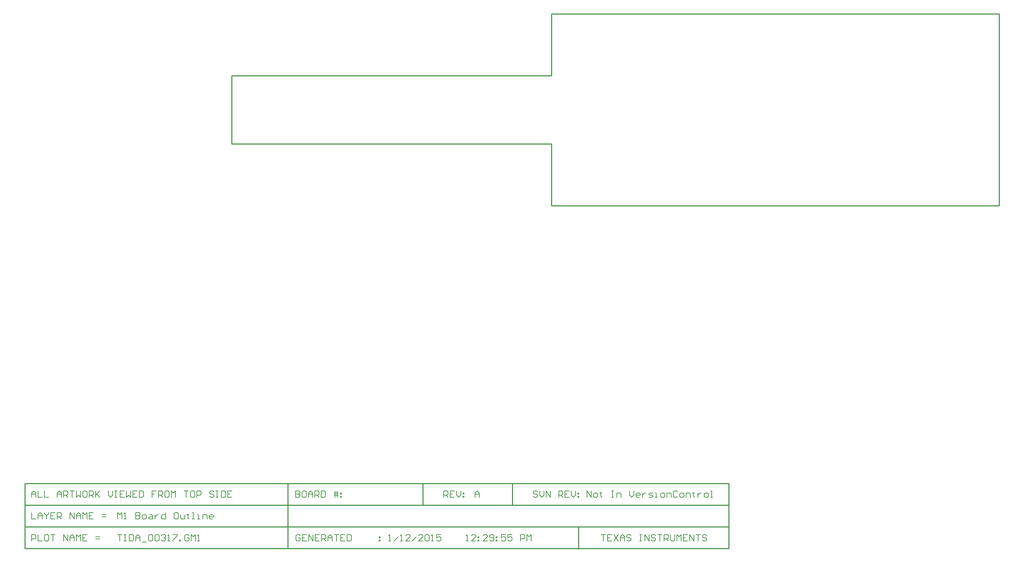
<source format=gm1>
%FSAX25Y25*%
%MOIN*%
G70*
G01*
G75*
G04 Layer_Color=11296232*
%ADD10C,0.00800*%
%ADD11C,0.01000*%
%ADD12R,0.05500X0.03800*%
%ADD13O,0.05500X0.03800*%
%ADD14C,0.02000*%
%ADD15C,0.01200*%
%ADD16R,0.39370X0.23622*%
%ADD17R,3.14961X0.23622*%
%ADD18C,0.02000*%
%ADD19R,4.01575X0.31496*%
%ADD20R,4.01575X0.31496*%
%ADD21C,0.00701*%
%ADD22C,0.00700*%
%ADD23R,0.06100X0.04400*%
%ADD24O,0.06100X0.04400*%
%ADD25C,0.00709*%
G54D10*
X0126900Y0067551D02*
Y0073549D01*
X0128899Y0071549D01*
X0130899Y0073549D01*
Y0067551D01*
X0132898D02*
X0134897D01*
X0133898D01*
Y0073549D01*
X0132898Y0072549D01*
X0143895Y0073549D02*
Y0067551D01*
X0146894D01*
X0147893Y0068550D01*
Y0069550D01*
X0146894Y0070550D01*
X0143895D01*
X0146894D01*
X0147893Y0071549D01*
Y0072549D01*
X0146894Y0073549D01*
X0143895D01*
X0150892Y0067551D02*
X0152892D01*
X0153891Y0068550D01*
Y0070550D01*
X0152892Y0071549D01*
X0150892D01*
X0149893Y0070550D01*
Y0068550D01*
X0150892Y0067551D01*
X0156890Y0071549D02*
X0158890D01*
X0159889Y0070550D01*
Y0067551D01*
X0156890D01*
X0155891Y0068550D01*
X0156890Y0069550D01*
X0159889D01*
X0161889Y0071549D02*
Y0067551D01*
Y0069550D01*
X0162888Y0070550D01*
X0163888Y0071549D01*
X0164888D01*
X0171885Y0073549D02*
Y0067551D01*
X0168886D01*
X0167887Y0068550D01*
Y0070550D01*
X0168886Y0071549D01*
X0171885D01*
X0182882Y0073549D02*
X0180883D01*
X0179883Y0072549D01*
Y0068550D01*
X0180883Y0067551D01*
X0182882D01*
X0183882Y0068550D01*
Y0072549D01*
X0182882Y0073549D01*
X0185881Y0071549D02*
Y0068550D01*
X0186881Y0067551D01*
X0189880D01*
Y0071549D01*
X0192879Y0072549D02*
Y0071549D01*
X0191879D01*
X0193878D01*
X0192879D01*
Y0068550D01*
X0193878Y0067551D01*
X0196877D02*
X0198877D01*
X0197877D01*
Y0073549D01*
X0196877D01*
X0201876Y0067551D02*
X0203875D01*
X0202875D01*
Y0071549D01*
X0201876D01*
X0206874Y0067551D02*
Y0071549D01*
X0209873D01*
X0210873Y0070550D01*
Y0067551D01*
X0215871D02*
X0213872D01*
X0212872Y0068550D01*
Y0070550D01*
X0213872Y0071549D01*
X0215871D01*
X0216871Y0070550D01*
Y0069550D01*
X0212872D01*
X0567400Y0087833D02*
Y0093831D01*
X0571399Y0087833D01*
Y0093831D01*
X0574398Y0087833D02*
X0576397D01*
X0577397Y0088833D01*
Y0090832D01*
X0576397Y0091832D01*
X0574398D01*
X0573398Y0090832D01*
Y0088833D01*
X0574398Y0087833D01*
X0580396Y0092832D02*
Y0091832D01*
X0579396D01*
X0581395D01*
X0580396D01*
Y0088833D01*
X0581395Y0087833D01*
X0590393Y0093831D02*
X0592392D01*
X0591392D01*
Y0087833D01*
X0590393D01*
X0592392D01*
X0595391D02*
Y0091832D01*
X0598390D01*
X0599390Y0090832D01*
Y0087833D01*
X0607387Y0093831D02*
Y0089833D01*
X0609386Y0087833D01*
X0611386Y0089833D01*
Y0093831D01*
X0616384Y0087833D02*
X0614385D01*
X0613385Y0088833D01*
Y0090832D01*
X0614385Y0091832D01*
X0616384D01*
X0617384Y0090832D01*
Y0089833D01*
X0613385D01*
X0619383Y0091832D02*
Y0087833D01*
Y0089833D01*
X0620383Y0090832D01*
X0621383Y0091832D01*
X0622382D01*
X0625381Y0087833D02*
X0628380D01*
X0629380Y0088833D01*
X0628380Y0089833D01*
X0626381D01*
X0625381Y0090832D01*
X0626381Y0091832D01*
X0629380D01*
X0631379Y0087833D02*
X0633379D01*
X0632379D01*
Y0091832D01*
X0631379D01*
X0637377Y0087833D02*
X0639377D01*
X0640376Y0088833D01*
Y0090832D01*
X0639377Y0091832D01*
X0637377D01*
X0636378Y0090832D01*
Y0088833D01*
X0637377Y0087833D01*
X0642376D02*
Y0091832D01*
X0645375D01*
X0646374Y0090832D01*
Y0087833D01*
X0652373Y0092832D02*
X0651373Y0093831D01*
X0649373D01*
X0648374Y0092832D01*
Y0088833D01*
X0649373Y0087833D01*
X0651373D01*
X0652373Y0088833D01*
X0655372Y0087833D02*
X0657371D01*
X0658371Y0088833D01*
Y0090832D01*
X0657371Y0091832D01*
X0655372D01*
X0654372Y0090832D01*
Y0088833D01*
X0655372Y0087833D01*
X0660370D02*
Y0091832D01*
X0663369D01*
X0664369Y0090832D01*
Y0087833D01*
X0667368Y0092832D02*
Y0091832D01*
X0666368D01*
X0668367D01*
X0667368D01*
Y0088833D01*
X0668367Y0087833D01*
X0671366Y0091832D02*
Y0087833D01*
Y0089833D01*
X0672366Y0090832D01*
X0673366Y0091832D01*
X0674365D01*
X0678364Y0087833D02*
X0680364D01*
X0681363Y0088833D01*
Y0090832D01*
X0680364Y0091832D01*
X0678364D01*
X0677364Y0090832D01*
Y0088833D01*
X0678364Y0087833D01*
X0683362D02*
X0685362D01*
X0684362D01*
Y0093831D01*
X0683362D01*
X0520799Y0092832D02*
X0519799Y0093831D01*
X0517800D01*
X0516800Y0092832D01*
Y0091832D01*
X0517800Y0090832D01*
X0519799D01*
X0520799Y0089833D01*
Y0088833D01*
X0519799Y0087833D01*
X0517800D01*
X0516800Y0088833D01*
X0522798Y0093831D02*
Y0089833D01*
X0524797Y0087833D01*
X0526797Y0089833D01*
Y0093831D01*
X0528796Y0087833D02*
Y0093831D01*
X0532795Y0087833D01*
Y0093831D01*
X0540792Y0087833D02*
Y0093831D01*
X0543791D01*
X0544791Y0092832D01*
Y0090832D01*
X0543791Y0089833D01*
X0540792D01*
X0542792D02*
X0544791Y0087833D01*
X0550789Y0093831D02*
X0546790D01*
Y0087833D01*
X0550789D01*
X0546790Y0090832D02*
X0548790D01*
X0552788Y0093831D02*
Y0089833D01*
X0554788Y0087833D01*
X0556787Y0089833D01*
Y0093831D01*
X0558786Y0091832D02*
X0559786D01*
Y0090832D01*
X0558786D01*
Y0091832D01*
Y0088833D02*
X0559786D01*
Y0087833D01*
X0558786D01*
Y0088833D01*
X0433000Y0087833D02*
Y0093831D01*
X0435999D01*
X0436999Y0092832D01*
Y0090832D01*
X0435999Y0089833D01*
X0433000D01*
X0434999D02*
X0436999Y0087833D01*
X0442997Y0093831D02*
X0438998D01*
Y0087833D01*
X0442997D01*
X0438998Y0090832D02*
X0440997D01*
X0444996Y0093831D02*
Y0089833D01*
X0446995Y0087833D01*
X0448995Y0089833D01*
Y0093831D01*
X0450994Y0091832D02*
X0451994D01*
Y0090832D01*
X0450994D01*
Y0091832D01*
Y0088833D02*
X0451994D01*
Y0087833D01*
X0450994D01*
Y0088833D01*
X0126900Y0052965D02*
X0130899D01*
X0128899D01*
Y0046966D01*
X0132898Y0052965D02*
X0134897D01*
X0133898D01*
Y0046966D01*
X0132898D01*
X0134897D01*
X0137896Y0052965D02*
Y0046966D01*
X0140895D01*
X0141895Y0047966D01*
Y0051965D01*
X0140895Y0052965D01*
X0137896D01*
X0143895Y0046966D02*
Y0050965D01*
X0145894Y0052965D01*
X0147893Y0050965D01*
Y0046966D01*
Y0049966D01*
X0143895D01*
X0149893Y0045967D02*
X0153891D01*
X0155891Y0051965D02*
X0156890Y0052965D01*
X0158890D01*
X0159889Y0051965D01*
Y0047966D01*
X0158890Y0046966D01*
X0156890D01*
X0155891Y0047966D01*
Y0051965D01*
X0161889D02*
X0162888Y0052965D01*
X0164888D01*
X0165887Y0051965D01*
Y0047966D01*
X0164888Y0046966D01*
X0162888D01*
X0161889Y0047966D01*
Y0051965D01*
X0167887D02*
X0168886Y0052965D01*
X0170886D01*
X0171885Y0051965D01*
Y0050965D01*
X0170886Y0049966D01*
X0169886D01*
X0170886D01*
X0171885Y0048966D01*
Y0047966D01*
X0170886Y0046966D01*
X0168886D01*
X0167887Y0047966D01*
X0173885Y0046966D02*
X0175884D01*
X0174884D01*
Y0052965D01*
X0173885Y0051965D01*
X0178883Y0052965D02*
X0182882D01*
Y0051965D01*
X0178883Y0047966D01*
Y0046966D01*
X0184881D02*
Y0047966D01*
X0185881D01*
Y0046966D01*
X0184881D01*
X0193878Y0051965D02*
X0192879Y0052965D01*
X0190879D01*
X0189880Y0051965D01*
Y0047966D01*
X0190879Y0046966D01*
X0192879D01*
X0193878Y0047966D01*
Y0049966D01*
X0191879D01*
X0195878Y0046966D02*
Y0052965D01*
X0197877Y0050965D01*
X0199876Y0052965D01*
Y0046966D01*
X0201876D02*
X0203875D01*
X0202875D01*
Y0052965D01*
X0201876Y0051965D01*
X0381150Y0046966D02*
X0383149D01*
X0382150D01*
Y0052965D01*
X0381150Y0051965D01*
X0386148Y0046966D02*
X0390147Y0050965D01*
X0392146Y0046966D02*
X0394146D01*
X0393146D01*
Y0052965D01*
X0392146Y0051965D01*
X0401144Y0046966D02*
X0397145D01*
X0401144Y0050965D01*
Y0051965D01*
X0400144Y0052965D01*
X0398145D01*
X0397145Y0051965D01*
X0403143Y0046966D02*
X0407142Y0050965D01*
X0413140Y0046966D02*
X0409141D01*
X0413140Y0050965D01*
Y0051965D01*
X0412140Y0052965D01*
X0410141D01*
X0409141Y0051965D01*
X0415139D02*
X0416139Y0052965D01*
X0418138D01*
X0419138Y0051965D01*
Y0047966D01*
X0418138Y0046966D01*
X0416139D01*
X0415139Y0047966D01*
Y0051965D01*
X0421137Y0046966D02*
X0423136D01*
X0422137D01*
Y0052965D01*
X0421137Y0051965D01*
X0430134Y0052965D02*
X0426135D01*
Y0049966D01*
X0428135Y0050965D01*
X0429135D01*
X0430134Y0049966D01*
Y0047966D01*
X0429135Y0046966D01*
X0427135D01*
X0426135Y0047966D01*
X0298199Y0051965D02*
X0297199Y0052965D01*
X0295200D01*
X0294200Y0051965D01*
Y0047966D01*
X0295200Y0046966D01*
X0297199D01*
X0298199Y0047966D01*
Y0049966D01*
X0296199D01*
X0304197Y0052965D02*
X0300198D01*
Y0046966D01*
X0304197D01*
X0300198Y0049966D02*
X0302197D01*
X0306196Y0046966D02*
Y0052965D01*
X0310195Y0046966D01*
Y0052965D01*
X0316193D02*
X0312194D01*
Y0046966D01*
X0316193D01*
X0312194Y0049966D02*
X0314194D01*
X0318192Y0046966D02*
Y0052965D01*
X0321191D01*
X0322191Y0051965D01*
Y0049966D01*
X0321191Y0048966D01*
X0318192D01*
X0320192D02*
X0322191Y0046966D01*
X0324190D02*
Y0050965D01*
X0326190Y0052965D01*
X0328189Y0050965D01*
Y0046966D01*
Y0049966D01*
X0324190D01*
X0330188Y0052965D02*
X0334187D01*
X0332188D01*
Y0046966D01*
X0340185Y0052965D02*
X0336186D01*
Y0046966D01*
X0340185D01*
X0336186Y0049966D02*
X0338186D01*
X0342184Y0052965D02*
Y0046966D01*
X0345183D01*
X0346183Y0047966D01*
Y0051965D01*
X0345183Y0052965D01*
X0342184D01*
X0372175Y0050965D02*
X0373175D01*
Y0049966D01*
X0372175D01*
Y0050965D01*
Y0047966D02*
X0373175D01*
Y0046966D01*
X0372175D01*
Y0047966D01*
X0046350Y0087833D02*
Y0091832D01*
X0048349Y0093831D01*
X0050349Y0091832D01*
Y0087833D01*
Y0090832D01*
X0046350D01*
X0052348Y0093831D02*
Y0087833D01*
X0056347D01*
X0058346Y0093831D02*
Y0087833D01*
X0062345D01*
X0070342D02*
Y0091832D01*
X0072342Y0093831D01*
X0074341Y0091832D01*
Y0087833D01*
Y0090832D01*
X0070342D01*
X0076340Y0087833D02*
Y0093831D01*
X0079339D01*
X0080339Y0092832D01*
Y0090832D01*
X0079339Y0089833D01*
X0076340D01*
X0078340D02*
X0080339Y0087833D01*
X0082338Y0093831D02*
X0086337D01*
X0084338D01*
Y0087833D01*
X0088336Y0093831D02*
Y0087833D01*
X0090336Y0089833D01*
X0092335Y0087833D01*
Y0093831D01*
X0097334D02*
X0095334D01*
X0094335Y0092832D01*
Y0088833D01*
X0095334Y0087833D01*
X0097334D01*
X0098333Y0088833D01*
Y0092832D01*
X0097334Y0093831D01*
X0100332Y0087833D02*
Y0093831D01*
X0103332D01*
X0104331Y0092832D01*
Y0090832D01*
X0103332Y0089833D01*
X0100332D01*
X0102332D02*
X0104331Y0087833D01*
X0106331Y0093831D02*
Y0087833D01*
Y0089833D01*
X0110329Y0093831D01*
X0107330Y0090832D01*
X0110329Y0087833D01*
X0118327Y0093831D02*
Y0089833D01*
X0120326Y0087833D01*
X0122325Y0089833D01*
Y0093831D01*
X0124325D02*
X0126324D01*
X0125324D01*
Y0087833D01*
X0124325D01*
X0126324D01*
X0133322Y0093831D02*
X0129323D01*
Y0087833D01*
X0133322D01*
X0129323Y0090832D02*
X0131323D01*
X0135321Y0093831D02*
Y0087833D01*
X0137321Y0089833D01*
X0139320Y0087833D01*
Y0093831D01*
X0145318D02*
X0141319D01*
Y0087833D01*
X0145318D01*
X0141319Y0090832D02*
X0143319D01*
X0147317Y0093831D02*
Y0087833D01*
X0150316D01*
X0151316Y0088833D01*
Y0092832D01*
X0150316Y0093831D01*
X0147317D01*
X0163312D02*
X0159313D01*
Y0090832D01*
X0161313D01*
X0159313D01*
Y0087833D01*
X0165312D02*
Y0093831D01*
X0168310D01*
X0169310Y0092832D01*
Y0090832D01*
X0168310Y0089833D01*
X0165312D01*
X0167311D02*
X0169310Y0087833D01*
X0174309Y0093831D02*
X0172309D01*
X0171310Y0092832D01*
Y0088833D01*
X0172309Y0087833D01*
X0174309D01*
X0175308Y0088833D01*
Y0092832D01*
X0174309Y0093831D01*
X0177308Y0087833D02*
Y0093831D01*
X0179307Y0091832D01*
X0181306Y0093831D01*
Y0087833D01*
X0189304Y0093831D02*
X0193303D01*
X0191303D01*
Y0087833D01*
X0198301Y0093831D02*
X0196301D01*
X0195302Y0092832D01*
Y0088833D01*
X0196301Y0087833D01*
X0198301D01*
X0199301Y0088833D01*
Y0092832D01*
X0198301Y0093831D01*
X0201300Y0087833D02*
Y0093831D01*
X0204299D01*
X0205299Y0092832D01*
Y0090832D01*
X0204299Y0089833D01*
X0201300D01*
X0217295Y0092832D02*
X0216295Y0093831D01*
X0214296D01*
X0213296Y0092832D01*
Y0091832D01*
X0214296Y0090832D01*
X0216295D01*
X0217295Y0089833D01*
Y0088833D01*
X0216295Y0087833D01*
X0214296D01*
X0213296Y0088833D01*
X0219294Y0093831D02*
X0221293D01*
X0220294D01*
Y0087833D01*
X0219294D01*
X0221293D01*
X0224292Y0093831D02*
Y0087833D01*
X0227291D01*
X0228291Y0088833D01*
Y0092832D01*
X0227291Y0093831D01*
X0224292D01*
X0234289D02*
X0230291D01*
Y0087833D01*
X0234289D01*
X0230291Y0090832D02*
X0232290D01*
X0462150Y0087833D02*
Y0091832D01*
X0464149Y0093831D01*
X0466149Y0091832D01*
Y0087833D01*
Y0090832D01*
X0462150D01*
X0294000Y0093831D02*
Y0087833D01*
X0296999D01*
X0297999Y0088833D01*
Y0089833D01*
X0296999Y0090832D01*
X0294000D01*
X0296999D01*
X0297999Y0091832D01*
Y0092832D01*
X0296999Y0093831D01*
X0294000D01*
X0302997D02*
X0300998D01*
X0299998Y0092832D01*
Y0088833D01*
X0300998Y0087833D01*
X0302997D01*
X0303997Y0088833D01*
Y0092832D01*
X0302997Y0093831D01*
X0305996Y0087833D02*
Y0091832D01*
X0307996Y0093831D01*
X0309995Y0091832D01*
Y0087833D01*
Y0090832D01*
X0305996D01*
X0311994Y0087833D02*
Y0093831D01*
X0314993D01*
X0315993Y0092832D01*
Y0090832D01*
X0314993Y0089833D01*
X0311994D01*
X0313994D02*
X0315993Y0087833D01*
X0317992Y0093831D02*
Y0087833D01*
X0320991D01*
X0321991Y0088833D01*
Y0092832D01*
X0320991Y0093831D01*
X0317992D01*
X0330988Y0087833D02*
Y0093831D01*
X0332987D02*
Y0087833D01*
X0329988Y0091832D02*
X0332987D01*
X0333987D01*
X0329988Y0089833D02*
X0333987D01*
X0335986Y0091832D02*
X0336986D01*
Y0090832D01*
X0335986D01*
Y0091832D01*
Y0088833D02*
X0336986D01*
Y0087833D01*
X0335986D01*
Y0088833D01*
X0046350Y0073549D02*
Y0067551D01*
X0050349D01*
X0052348D02*
Y0071549D01*
X0054347Y0073549D01*
X0056347Y0071549D01*
Y0067551D01*
Y0070550D01*
X0052348D01*
X0058346Y0073549D02*
Y0072549D01*
X0060346Y0070550D01*
X0062345Y0072549D01*
Y0073549D01*
X0060346Y0070550D02*
Y0067551D01*
X0068343Y0073549D02*
X0064344D01*
Y0067551D01*
X0068343D01*
X0064344Y0070550D02*
X0066343D01*
X0070342Y0067551D02*
Y0073549D01*
X0073341D01*
X0074341Y0072549D01*
Y0070550D01*
X0073341Y0069550D01*
X0070342D01*
X0072342D02*
X0074341Y0067551D01*
X0082338D02*
Y0073549D01*
X0086337Y0067551D01*
Y0073549D01*
X0088336Y0067551D02*
Y0071549D01*
X0090336Y0073549D01*
X0092335Y0071549D01*
Y0067551D01*
Y0070550D01*
X0088336D01*
X0094335Y0067551D02*
Y0073549D01*
X0096334Y0071549D01*
X0098333Y0073549D01*
Y0067551D01*
X0104331Y0073549D02*
X0100332D01*
Y0067551D01*
X0104331D01*
X0100332Y0070550D02*
X0102332D01*
X0112329Y0069550D02*
X0116327D01*
X0112329Y0071549D02*
X0116327D01*
X0046350Y0046966D02*
Y0052965D01*
X0049349D01*
X0050349Y0051965D01*
Y0049966D01*
X0049349Y0048966D01*
X0046350D01*
X0052348Y0052965D02*
Y0046966D01*
X0056347D01*
X0061345Y0052965D02*
X0059346D01*
X0058346Y0051965D01*
Y0047966D01*
X0059346Y0046966D01*
X0061345D01*
X0062345Y0047966D01*
Y0051965D01*
X0061345Y0052965D01*
X0064344D02*
X0068343D01*
X0066343D01*
Y0046966D01*
X0076340D02*
Y0052965D01*
X0080339Y0046966D01*
Y0052965D01*
X0082338Y0046966D02*
Y0050965D01*
X0084338Y0052965D01*
X0086337Y0050965D01*
Y0046966D01*
Y0049966D01*
X0082338D01*
X0088336Y0046966D02*
Y0052965D01*
X0090336Y0050965D01*
X0092335Y0052965D01*
Y0046966D01*
X0098333Y0052965D02*
X0094335D01*
Y0046966D01*
X0098333D01*
X0094335Y0049966D02*
X0096334D01*
X0106331Y0048966D02*
X0110329D01*
X0106331Y0050965D02*
X0110329D01*
X0454050Y0046966D02*
X0456049D01*
X0455050D01*
Y0052965D01*
X0454050Y0051965D01*
X0463047Y0046966D02*
X0459048D01*
X0463047Y0050965D01*
Y0051965D01*
X0462047Y0052965D01*
X0460048D01*
X0459048Y0051965D01*
X0465046Y0050965D02*
X0466046D01*
Y0049966D01*
X0465046D01*
Y0050965D01*
Y0047966D02*
X0466046D01*
Y0046966D01*
X0465046D01*
Y0047966D01*
X0474044Y0046966D02*
X0470045D01*
X0474044Y0050965D01*
Y0051965D01*
X0473044Y0052965D01*
X0471044D01*
X0470045Y0051965D01*
X0476043Y0047966D02*
X0477043Y0046966D01*
X0479042D01*
X0480042Y0047966D01*
Y0051965D01*
X0479042Y0052965D01*
X0477043D01*
X0476043Y0051965D01*
Y0050965D01*
X0477043Y0049966D01*
X0480042D01*
X0482041Y0050965D02*
X0483041D01*
Y0049966D01*
X0482041D01*
Y0050965D01*
Y0047966D02*
X0483041D01*
Y0046966D01*
X0482041D01*
Y0047966D01*
X0491038Y0052965D02*
X0487039D01*
Y0049966D01*
X0489039Y0050965D01*
X0490038D01*
X0491038Y0049966D01*
Y0047966D01*
X0490038Y0046966D01*
X0488039D01*
X0487039Y0047966D01*
X0497036Y0052965D02*
X0493037D01*
Y0049966D01*
X0495037Y0050965D01*
X0496036D01*
X0497036Y0049966D01*
Y0047966D01*
X0496036Y0046966D01*
X0494037D01*
X0493037Y0047966D01*
X0505033Y0046966D02*
Y0052965D01*
X0508033D01*
X0509032Y0051965D01*
Y0049966D01*
X0508033Y0048966D01*
X0505033D01*
X0511032Y0046966D02*
Y0052965D01*
X0513031Y0050965D01*
X0515030Y0052965D01*
Y0046966D01*
X0580500Y0052965D02*
X0584499D01*
X0582499D01*
Y0046966D01*
X0590497Y0052965D02*
X0586498D01*
Y0046966D01*
X0590497D01*
X0586498Y0049966D02*
X0588497D01*
X0592496Y0052965D02*
X0596495Y0046966D01*
Y0052965D02*
X0592496Y0046966D01*
X0598494D02*
Y0050965D01*
X0600493Y0052965D01*
X0602493Y0050965D01*
Y0046966D01*
Y0049966D01*
X0598494D01*
X0608491Y0051965D02*
X0607491Y0052965D01*
X0605492D01*
X0604492Y0051965D01*
Y0050965D01*
X0605492Y0049966D01*
X0607491D01*
X0608491Y0048966D01*
Y0047966D01*
X0607491Y0046966D01*
X0605492D01*
X0604492Y0047966D01*
X0616488Y0052965D02*
X0618488D01*
X0617488D01*
Y0046966D01*
X0616488D01*
X0618488D01*
X0621487D02*
Y0052965D01*
X0625486Y0046966D01*
Y0052965D01*
X0631484Y0051965D02*
X0630484Y0052965D01*
X0628484D01*
X0627485Y0051965D01*
Y0050965D01*
X0628484Y0049966D01*
X0630484D01*
X0631484Y0048966D01*
Y0047966D01*
X0630484Y0046966D01*
X0628484D01*
X0627485Y0047966D01*
X0633483Y0052965D02*
X0637482D01*
X0635482D01*
Y0046966D01*
X0639481D02*
Y0052965D01*
X0642480D01*
X0643480Y0051965D01*
Y0049966D01*
X0642480Y0048966D01*
X0639481D01*
X0641480D02*
X0643480Y0046966D01*
X0645479Y0052965D02*
Y0047966D01*
X0646479Y0046966D01*
X0648478D01*
X0649478Y0047966D01*
Y0052965D01*
X0651477Y0046966D02*
Y0052965D01*
X0653476Y0050965D01*
X0655476Y0052965D01*
Y0046966D01*
X0661474Y0052965D02*
X0657475D01*
Y0046966D01*
X0661474D01*
X0657475Y0049966D02*
X0659474D01*
X0663473Y0046966D02*
Y0052965D01*
X0667472Y0046966D01*
Y0052965D01*
X0669471D02*
X0673470D01*
X0671471D01*
Y0046966D01*
X0679468Y0051965D02*
X0678468Y0052965D01*
X0676469D01*
X0675469Y0051965D01*
Y0050965D01*
X0676469Y0049966D01*
X0678468D01*
X0679468Y0048966D01*
Y0047966D01*
X0678468Y0046966D01*
X0676469D01*
X0675469Y0047966D01*
G54D11*
X0533916Y0541677D02*
X0953916D01*
X0533916Y0483677D02*
X0533916Y0541677D01*
X0233916Y0419677D02*
Y0483677D01*
Y0419677D02*
X0533916D01*
X0233916Y0483677D02*
X0533916D01*
Y0419677D02*
X0533916Y0361677D01*
X0953916D01*
Y0541677D01*
X0497200Y0080717D02*
Y0101050D01*
X0413200Y0080717D02*
Y0101050D01*
X0040000Y0080717D02*
X0700200D01*
X0040000Y0060383D02*
X0700000D01*
X0040000Y0040050D02*
X0440500D01*
X0040050Y0101050D02*
X0700200D01*
X0040050Y0040050D02*
Y0101050D01*
Y0040050D02*
X0197600D01*
X0040000D02*
Y0101050D01*
X0286500Y0040050D02*
Y0101050D01*
X0700200Y0040050D02*
Y0101050D01*
X0440500Y0040050D02*
X0700200D01*
X0559400Y0039400D02*
Y0059683D01*
M02*

</source>
